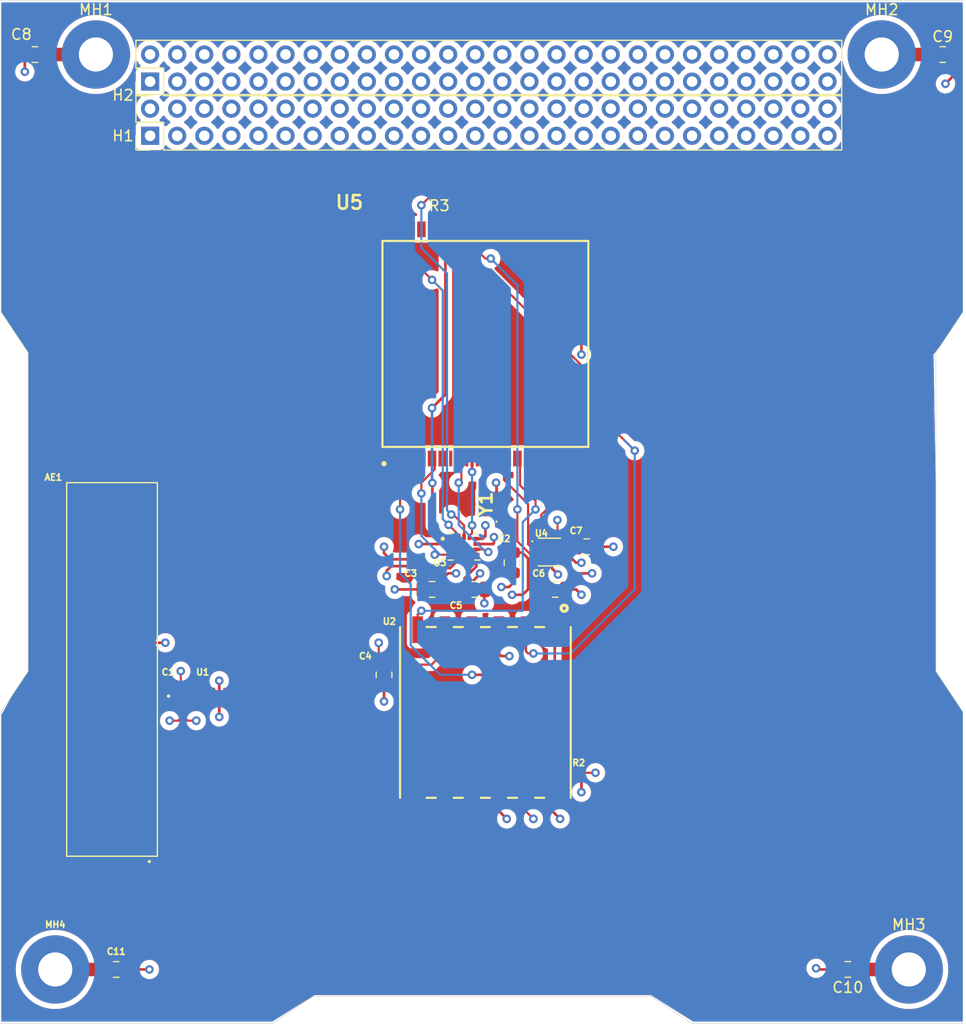
<source format=kicad_pcb>
(kicad_pcb (version 20241229) (generator "pcbnew") (generator_version "9.0")
  (layers (0 "F.Cu" signal) (4 "In1.Cu" signal) (6 "In2.Cu" signal) (2 "B.Cu" signal) (13 "F.Paste" user) (15 "B.Paste" user) (5 "F.SilkS" user "F.Silkscreen") (7 "B.SilkS" user "B.Silkscreen") (1 "F.Mask" user) (3 "B.Mask" user) (25 "Edge.Cuts" user))
  (net 0 "")
  (net 1 "GND")
  (net 2 "/ANTENNA")
  (net 3 "/RF")
  (net 4 "+3V3")
  (net 5 "Net-(U4-C1)")
  (net 6 "Net-(C8-Pad1)")
  (net 7 "Net-(C9-Pad1)")
  (net 8 "Net-(C10-Pad1)")
  (net 9 "Net-(C11-Pad1)")
  (net 105 "/OUT_ANT")
  (net 106 "/1PPS")
  (net 107 "/DATA_IN")
  (net 109 "/DATA_OUT")
  (net 111 "/SIMO_IMU")
  (net 112 "/CLOCK_IMU")
  (net 113 "/CS_IMU")
  (net 114 "/MAGNETÓMETRO")
  (net 117 "/INT_MAGNETÓMETRO")
  (net 118 "/SPC_MAG.")
  (net 119 "/CS_MAGNETÓMETRO")
  (net 167 "/INT1")
  (net 186 "/INT2")
  (net 213 "/OUT_OSC")
  (net 232 "Net-(U5-MIBSPI5CLK)")
  (net 253 "/SOMI_IMU")
  (footprint "Capacitor_SMD:C_0805_2012Metric" (layer "F.Cu") (at 104.775 55.885 180)
    (property "Reference" "C8")
    (property "Value" "0.1uF")
  )
  (footprint "Capacitor_SMD:C_0805_2012Metric" (layer "F.Cu") (at 189.865 55.885)
    (property "Reference" "C9")
    (property "Value" "0.1uF")
  )
  (footprint "Capacitor_SMD:C_0805_2012Metric" (layer "F.Cu") (at 180.975 141.61 180)
    (property "Reference" "C10")
    (property "Value" "0.1uF")
  )
  (footprint "Capacitor_SMD:C_0805_2012Metric" (layer "F.Cu") (at 112.395 141.61)
    (property "Reference" "C11")
    (property "Value" "0.1uF")
  )
  (footprint "Connector_PinHeader_2.54mm:PinHeader_2x26_P2.54mm_Vertical" (layer "F.Cu") (at 115.57 63.5 90)
    (property "Reference" "H1")
    (property "Value" "Stack Header")
  )
  (footprint "Connector_PinHeader_2.54mm:PinHeader_2x26_P2.54mm_Vertical" (layer "F.Cu") (at 115.57 58.42 90)
    (property "Reference" "H2")
    (property "Value" "Stack Header")
  )
  (footprint "MountingHole:MountingHole_3.2mm_M3_Pad" (layer "F.Cu") (at 110.49 55.88)
    (property "Reference" "MH1")
    (property "Value" "M3")
  )
  (footprint "MountingHole:MountingHole_3.2mm_M3_Pad" (layer "F.Cu") (at 184.15 55.88)
    (property "Reference" "MH2")
    (property "Value" "M3")
  )
  (footprint "MountingHole:MountingHole_3.2mm_M3_Pad" (layer "F.Cu") (at 186.69 141.61)
    (property "Reference" "MH3")
    (property "Value" "M3")
  )
  (footprint "MountingHole:MountingHole_3.2mm_M3_Pad" (layer "F.Cu") (at 106.68 141.61)
    (property "Reference" "MH4")
    (property "Value" "M3")
  )
  (footprint "Capacitor_SMD:C_0805_2012Metric" (layer "F.Cu") (at 142 106)
    (property "Reference" "C3")
    (property "Value" "100n" (hide yes))
  )
  (footprint "Resistor_SMD:R_0201_0603Metric" (layer "F.Cu") (at 141 103.5 90)
    (property "Reference" "R1" (hide yes))
    (property "Value" "10k" (hide yes))
  )
  (footprint "Huellas ADCS:XCVR_SR4L002" (layer "F.Cu") (at 112 113.5 90)
    (property "Reference" "AE1")
    (property "Value" "SR4L002")
  )
  (footprint "Huellas ADCS:ATXH13F16000MHzG100T" (layer "F.Cu") (at 147.5 98 90)
    (property "Reference" "Y1")
    (property "Value" "ATX-H13-F-16.000MHz-G100-T" (hide yes))
  )
  (footprint "Capacitor_SMD:C_0805_2012Metric" (layer "F.Cu") (at 153.55 106 180)
    (property "Reference" "C6")
    (property "Value" "220n" (hide yes))
  )
  (footprint "Resistor_SMD:R_0201_0603Metric" (layer "F.Cu") (at 156 123.5 -90)
    (property "Reference" "R2")
    (property "Value" "10k" (hide yes))
  )
  (footprint "Huellas ADCS:PQFN50P200X200X70-12N" (layer "F.Cu") (at 153 102.5)
    (property "Reference" "U4")
    (property "Value" "LIS2MDLTR" (hide yes))
  )
  (footprint "Capacitor_SMD:C_0805_2012Metric" (layer "F.Cu") (at 137.5 114 -90)
    (property "Reference" "C4")
    (property "Value" "100n" (hide yes))
  )
  (footprint "Huellas ADCS:F6QA1G581M2QZJ" (layer "F.Cu") (at 118.445 116)
    (property "Reference" "C1")
    (property "Value" "F6QA1G581M2QZ-J" (hide yes))
  )
  (footprint "Capacitor_SMD:C_0805_2012Metric" (layer "F.Cu") (at 149.5 103.5 -90)
    (property "Reference" "C2")
    (property "Value" "100n" (hide yes))
  )
  (footprint "Huellas ADCS:XDCR_LSM6DSV16XTR" (layer "F.Cu") (at 145 102)
    (property "Reference" "U3")
    (property "Value" "LSM6DSV16XTR" (hide yes))
  )
  (footprint "Huellas ADCS:QFP50P2200X2200X160-144N" (layer "F.Cu") (at 147 83 90)
    (property "Reference" "U5")
    (property "Value" "TMS5703137DPGEQQ1" (hide yes))
  )
  (footprint "Huellas ADCS:L80-M39" (layer "F.Cu") (at 141.92 125.27665 90)
    (property "Reference" "U2")
    (property "Value" "L86-M33" (hide yes))
  )
  (footprint "Capacitor_SMD:C_0805_2012Metric" (layer "F.Cu") (at 156.5 102)
    (property "Reference" "C7")
    (property "Value" "100n" (hide yes))
  )
  (footprint "Capacitor_SMD:C_0805_2012Metric" (layer "F.Cu") (at 146 106)
    (property "Reference" "C5")
    (property "Value" "100n" (hide yes))
  )
  (footprint "Resistor_SMD:R_0201_0603Metric" (layer "F.Cu") (at 142.68 69 180)
    (property "Reference" "R3")
    (property "Value" "33")
  )
  (footprint "Huellas ADCS:MAX2659ELTT" (layer "F.Cu") (at 122.05 116.035 -90)
    (property "Reference" "U1")
    (property "Value" "MAX2659ELT+T" (hide yes))
  )
  (gr_line (start 191.77 146.69) (end 166.37 146.69) (stroke (width 0.05)) (layer "Edge.Cuts"))
  (gr_line (start 127 146.69) (end 130.81 144.15) (stroke (width 0.05)) (layer "Edge.Cuts"))
  (gr_line (start 104.14 83.82) (end 104.14 113.67) (stroke (width 0.05)) (layer "Edge.Cuts"))
  (gr_line (start 191.77 117.48) (end 191.77 146.69) (stroke (width 0.05)) (layer "Edge.Cuts"))
  (gr_line (start 101.6 80.01) (end 101.6 50.8) (stroke (width 0.05)) (layer "Edge.Cuts"))
  (gr_line (start 191.77 80.01) (end 191.77 50.8) (stroke (width 0.05)) (layer "Edge.Cuts"))
  (gr_line (start 101.6 80.01) (end 104.14 83.82) (stroke (width 0.05)) (layer "Edge.Cuts"))
  (gr_line (start 191.77 117.48) (end 189.23 113.67) (stroke (width 0.05)) (layer "Edge.Cuts"))
  (gr_line (start 189.23 113.67) (end 189.23 83.82) (stroke (width 0.05)) (layer "Edge.Cuts"))
  (gr_line (start 130.81 144.145) (end 162.56 144.15) (stroke (width 0.05)) (layer "Edge.Cuts"))
  (gr_line (start 104.14 113.67) (end 101.6 117.48) (stroke (width 0.05)) (layer "Edge.Cuts"))
  (gr_line (start 189.23 83.82) (end 191.77 80.01) (stroke (width 0.05)) (layer "Edge.Cuts"))
  (gr_line (start 162.56 144.15) (end 166.37 146.69) (stroke (width 0.05)) (layer "Edge.Cuts"))
  (gr_line (start 101.6 50.8) (end 191.77 50.8) (stroke (width 0.05)) (layer "Edge.Cuts"))
  (gr_line (start 101.6 146.69) (end 127 146.69) (stroke (width 0.05)) (layer "Edge.Cuts"))
  (gr_line (start 101.6 117.48) (end 101.6 146.69) (stroke (width 0.05)) (layer "Edge.Cuts"))
  (segment (start 148.27 112.02) (end 148.27 109.77665) (width 0.25) (layer "F.Cu") (net 1))
  (segment (start 145.5 102.9125) (end 145 102.9125) (width 0.25) (layer "F.Cu") (net 1))
  (segment (start 118.2 118.3) (end 118.445 118.055) (width 0.2) (layer "F.Cu") (net 1))
  (segment (start 153.35 125.27665) (end 153.35 126.85) (width 0.25) (layer "F.Cu") (net 1))
  (segment (start 143.8375 101.75) (end 143.5635 102.024) (width 0.25) (layer "F.Cu") (net 1))
  (segment (start 143.8375 101.75) (end 143.8375 102.25) (width 0.25) (layer "F.Cu") (net 1))
  (segment (start 144.8375 102.25) (end 145.5 102.9125) (width 0.25) (layer "F.Cu") (net 1))
  (segment (start 178.11 141.61) (end 178 141.5) (width 0.25) (layer "F.Cu") (net 1))
  (segment (start 137.5 102) (end 137.5 102.61) (width 0.25) (layer "F.Cu") (net 1))
  (segment (start 122.05 115.57) (end 122 115.52) (width 0.25) (layer "F.Cu") (net 1))
  (segment (start 156 123.82) (end 156 125) (width 0.25) (layer "F.Cu") (net 1))
  (segment (start 118.84 118.04) (end 119.1 118.3) (width 0.2) (layer "F.Cu") (net 1))
  (segment (start 118.84 116.25) (end 118.84 118.04) (width 0.2) (layer "F.Cu") (net 1))
  (segment (start 122.05 115.57) (end 122.55 115.57) (width 0.25) (layer "F.Cu") (net 1))
  (segment (start 146.95 106) (end 146.9 106.05) (width 0.25) (layer "F.Cu") (net 1))
  (segment (start 117 111) (end 115.45 111) (width 0.25) (layer "F.Cu") (net 1))
  (segment (start 147 101) (end 146.75 101.25) (width 0.25) (layer "F.Cu") (net 1))
  (segment (start 154.5 106) (end 155.5 106) (width 0.25) (layer "F.Cu") (net 1))
  (segment (start 118.445 118.055) (end 118.445 116.25) (width 0.2) (layer "F.Cu") (net 1))
  (segment (start 190.815 55.885) (end 190.815 57.935) (width 0.25) (layer "F.Cu") (net 1))
  (segment (start 118.445 113.655) (end 118.445 115.75) (width 0.2) (layer "F.Cu") (net 1))
  (segment (start 122.05 115.57) (end 122.05 114.55) (width 0.25) (layer "F.Cu") (net 1))
  (segment (start 155.5 103.5) (end 156 103.5) (width 0.25) (layer "F.Cu") (net 1))
  (segment (start 149.5 105.5) (end 149.5 104.45) (width 0.25) (layer "F.Cu") (net 1))
  (segment (start 153.35 126.85) (end 154 127.5) (width 0.25) (layer "F.Cu") (net 1))
  (segment (start 148.27 125.27665) (end 148.27 126.77) (width 0.25) (layer "F.Cu") (net 1))
  (segment (start 180.025 141.61) (end 178.11 141.61) (width 0.25) (layer "F.Cu") (net 1))
  (segment (start 190.815 57.935) (end 190.125 58.625) (width 0.25) (layer "F.Cu") (net 1))
  (segment (start 155.5 106) (end 156 106.5) (width 0.25) (layer "F.Cu") (net 1))
  (segment (start 144.488881 104.490902) (end 143.509098 104.490902) (width 0.25) (layer "F.Cu") (net 1))
  (segment (start 154.75 102.75) (end 155.5 103.5) (width 0.25) (layer "F.Cu") (net 1))
  (segment (start 148.5 112.25) (end 148.27 112.02) (width 0.25) (layer "F.Cu") (net 1))
  (segment (start 137.5 102.61) (end 138.07 103.18) (width 0.25) (layer "F.Cu") (net 1))
  (segment (start 119.1 118.3) (end 119.9 118.3) (width 0.2) (layer "F.Cu") (net 1))
  (segment (start 149.25 112.25) (end 148.5 112.25) (width 0.25) (layer "F.Cu") (net 1))
  (segment (start 190.125 58.625) (end 190 58.75) (width 0.25) (layer "F.Cu") (net 1))
  (segment (start 148.5 105.775) (end 149.225 105.775) (width 0.25) (layer "F.Cu") (net 1))
  (segment (start 146.75 101.25) (end 146.1625 101.25) (width 0.25) (layer "F.Cu") (net 1))
  (segment (start 147 100) (end 147 101) (width 0.25) (layer "F.Cu") (net 1))
  (segment (start 142.95 105.05) (end 142.95 106) (width 0.25) (layer "F.Cu") (net 1))
  (segment (start 148.05 96.05) (end 148 96) (width 0.25) (layer "F.Cu") (net 1))
  (segment (start 146.9 106.05) (end 146.9 107.3) (width 0.25) (layer "F.Cu") (net 1))
  (segment (start 157.45 102) (end 159 102) (width 0.25) (layer "F.Cu") (net 1))
  (segment (start 103.825 55.885) (end 103.825 57.5) (width 0.25) (layer "F.Cu") (net 1))
  (segment (start 153.25 103.26) (end 153.25 104.05) (width 0.25) (layer "F.Cu") (net 1))
  (segment (start 143.8375 101.75) (end 140.75 101.75) (width 0.25) (layer "F.Cu") (net 1))
  (segment (start 143.8375 102.25) (end 144.8375 102.25) (width 0.25) (layer "F.Cu") (net 1))
  (segment (start 148.05 97.3) (end 148.05 96.05) (width 0.25) (layer "F.Cu") (net 1))
  (segment (start 117.4 118.3) (end 118.2 118.3) (width 0.2) (layer "F.Cu") (net 1))
  (segment (start 153.76 102.75) (end 154.75 102.75) (width 0.25) (layer "F.Cu") (net 1))
  (segment (start 153.25 104.05) (end 153.8 104.6) (width 0.25) (layer "F.Cu") (net 1))
  (segment (start 115.5 141.61) (end 113.345 141.61) (width 0.25) (layer "F.Cu") (net 1))
  (segment (start 138.07 103.18) (end 141 103.18) (width 0.25) (layer "F.Cu") (net 1))
  (segment (start 119.9 118.3) (end 120 118.4) (width 0.25) (layer "F.Cu") (net 1))
  (segment (start 137.5 114.95) (end 137.5 116.5) (width 0.25) (layer "F.Cu") (net 1))
  (segment (start 143.509098 104.490902) (end 142.95 105.05) (width 0.25) (layer "F.Cu") (net 1))
  (segment (start 148.27 126.77) (end 149 127.5) (width 0.25) (layer "F.Cu") (net 1))
  (segment (start 149.225 105.775) (end 149.5 105.5) (width 0.25) (layer "F.Cu") (net 1))
  (via (at 137.5 116.5) (size 0.8) (drill 0.4) (layers "F.Cu" "B.Cu") (net 1))
  (via (at 156 125) (size 0.8) (drill 0.4) (layers "F.Cu" "B.Cu") (net 1))
  (via (at 147 100) (size 0.8) (drill 0.4) (layers "F.Cu" "B.Cu") (net 1))
  (via (at 178 141.5) (size 0.8) (drill 0.4) (layers "F.Cu" "B.Cu") (net 1))
  (via (at 146.9 107.3) (size 0.8) (drill 0.4) (layers "F.Cu" "B.Cu") (net 1))
  (via (at 144.25 104.5) (size 0.8) (drill 0.4) (layers "F.Cu" "B.Cu") (net 1))
  (via (at 122.05 114.55) (size 0.8) (drill 0.4) (layers "F.Cu" "B.Cu") (net 1))
  (via (at 115.5 141.61) (size 0.8) (drill 0.4) (layers "F.Cu" "B.Cu") (net 1))
  (via (at 137.5 102) (size 0.8) (drill 0.4) (layers "F.Cu" "B.Cu") (net 1))
  (via (at 119.9 118.3) (size 0.8) (drill 0.4) (layers "F.Cu" "B.Cu") (net 1))
  (via (at 159 102) (size 0.8) (drill 0.4) (layers "F.Cu" "B.Cu") (net 1))
  (via (at 154 127.5) (size 0.8) (drill 0.4) (layers "F.Cu" "B.Cu") (net 1))
  (via (at 148.5 105.775) (size 0.8) (drill 0.4) (layers "F.Cu" "B.Cu") (net 1))
  (via (at 156 103.5) (size 0.8) (drill 0.4) (layers "F.Cu" "B.Cu") (net 1))
  (via (at 103.825 57.5) (size 0.8) (drill 0.4) (layers "F.Cu" "B.Cu") (net 1))
  (via (at 140.75 101.75) (size 0.8) (drill 0.4) (layers "F.Cu" "B.Cu") (net 1))
  (via (at 148 96) (size 0.8) (drill 0.4) (layers "F.Cu" "B.Cu") (net 1))
  (via (at 119.9 118.3) (size 0.8) (drill 0.4) (layers "F.Cu" "B.Cu") (net 1))
  (via (at 153.8 104.6) (size 0.8) (drill 0.4) (layers "F.Cu" "B.Cu") (net 1))
  (via (at 118.445 113.655) (size 0.8) (drill 0.4) (layers "F.Cu" "B.Cu") (net 1))
  (via (at 147 100) (size 0.8) (drill 0.4) (layers "F.Cu" "B.Cu") (net 1))
  (via (at 117 111) (size 0.8) (drill 0.4) (layers "F.Cu" "B.Cu") (net 1))
  (via (at 117.4 118.3) (size 0.8) (drill 0.4) (layers "F.Cu" "B.Cu") (net 1))
  (via (at 149.25 112.25) (size 0.8) (drill 0.4) (layers "F.Cu" "B.Cu") (net 1))
  (via (at 149 127.5) (size 0.8) (drill 0.4) (layers "F.Cu" "B.Cu") (net 1))
  (via (at 119.9 118.3) (size 0.8) (drill 0.4) (layers "F.Cu" "B.Cu") (net 1))
  (via (at 156 106.5) (size 0.8) (drill 0.4) (layers "F.Cu" "B.Cu") (net 1))
  (via (at 190.125 58.625) (size 0.8) (drill 0.4) (layers "F.Cu" "B.Cu") (net 1))
  (segment (start 118.01 116) (end 115.45 116) (width 0.2) (layer "F.Cu") (net 2))
  (segment (start 121.3 115.3) (end 119.321 115.3) (width 0.25) (layer "F.Cu") (net 3))
  (segment (start 121.55 115.57) (end 121.55 115.55) (width 0.25) (layer "F.Cu") (net 3))
  (segment (start 119.321 115.3) (end 118.871 115.75) (width 0.25) (layer "F.Cu") (net 3))
  (segment (start 121.55 115.55) (end 121.3 115.3) (width 0.25) (layer "F.Cu") (net 3))
  (segment (start 137.5 113.05) (end 141.95 113.05) (width 0.2) (layer "F.Cu") (net 4))
  (segment (start 153.76 101.75) (end 155.3 101.75) (width 0.2) (layer "F.Cu") (net 4))
  (segment (start 121.55 116.5) (end 122.05 116.5) (width 0.25) (layer "F.Cu") (net 4))
  (segment (start 143.19 109.77665) (end 145.73 109.77665) (width 0.2) (layer "F.Cu") (net 4))
  (segment (start 150.81 125.27665) (end 150.81 124.87) (width 0.2) (layer "F.Cu") (net 4))
  (segment (start 141.95 113.05) (end 143.19 111.81) (width 0.2) (layer "F.Cu") (net 4))
  (segment (start 146.1625 102.75) (end 146.1625 103.8375) (width 0.25) (layer "F.Cu") (net 4))
  (segment (start 137.5 112.5) (end 137 112) (width 0.2) (layer "F.Cu") (net 4))
  (segment (start 147.72328 101.75) (end 146.1625 101.75) (width 0.25) (layer "F.Cu") (net 4))
  (segment (start 153.76 99.51) (end 153.76 101.75) (width 0.2) (layer "F.Cu") (net 4))
  (segment (start 149.5 102.55) (end 149.5 100.15) (width 0.25) (layer "F.Cu") (net 4))
  (segment (start 156 123.18) (end 157.32 123.18) (width 0.2) (layer "F.Cu") (net 4))
  (segment (start 147.8 101.1) (end 147.8 101.67328) (width 0.25) (layer "F.Cu") (net 4))
  (segment (start 145.05 104.95) (end 145.05 106) (width 0.25) (layer "F.Cu") (net 4))
  (segment (start 155.3 101.75) (end 155.55 102) (width 0.2) (layer "F.Cu") (net 4))
  (segment (start 138.18 103.82) (end 141 103.82) (width 0.25) (layer "F.Cu") (net 4))
  (segment (start 144.5 103.202) (end 144.5 102.9125) (width 0.25) (layer "F.Cu") (net 4))
  (segment (start 137.5 113.05) (end 137.5 112.5) (width 0.2) (layer "F.Cu") (net 4))
  (segment (start 146.1625 103.8375) (end 145.05 104.95) (width 0.25) (layer "F.Cu") (net 4))
  (segment (start 155.3 102.25) (end 155.55 102) (width 0.2) (layer "F.Cu") (net 4))
  (segment (start 143.702 104) (end 144.5 103.202) (width 0.25) (layer "F.Cu") (net 4))
  (segment (start 157.32 123.18) (end 157.5 123) (width 0.2) (layer "F.Cu") (net 4))
  (segment (start 152.5 123.18) (end 156 123.18) (width 0.2) (layer "F.Cu") (net 4))
  (segment (start 137 112) (end 137 111) (width 0.2) (layer "F.Cu") (net 4))
  (segment (start 146.5 104.55) (end 145.05 106) (width 0.25) (layer "F.Cu") (net 4))
  (segment (start 150.5 106.5) (end 149.5 106.5) (width 0.25) (layer "F.Cu") (net 4))
  (segment (start 137.75 104.25) (end 138.18 103.82) (width 0.25) (layer "F.Cu") (net 4))
  (segment (start 151 106) (end 150.5 106.5) (width 0.25) (layer "F.Cu") (net 4))
  (segment (start 140.65 125.27665) (end 142.74665 123.18) (width 0.2) (layer "F.Cu") (net 4))
  (segment (start 141.05 104.975) (end 141.05 106) (width 0.25) (layer "F.Cu") (net 4))
  (segment (start 153.76 102.25) (end 155.3 102.25) (width 0.2) (layer "F.Cu") (net 4))
  (segment (start 137.75 104.75) (end 137.75 104.25) (width 0.25) (layer "F.Cu") (net 4))
  (segment (start 142.74665 123.18) (end 152.5 123.18) (width 0.2) (layer "F.Cu") (net 4))
  (segment (start 149.5 102.55) (end 150.447546 102.55) (width 0.25) (layer "F.Cu") (net 4))
  (segment (start 142.025 104) (end 143.702 104) (width 0.25) (layer "F.Cu") (net 4))
  (segment (start 150.81 126.81) (end 151.5 127.5) (width 0.2) (layer "F.Cu") (net 4))
  (segment (start 138.5 106) (end 141.05 106) (width 0.25) (layer "F.Cu") (net 4))
  (segment (start 150.81 125.27665) (end 150.81 126.81) (width 0.2) (layer "F.Cu") (net 4))
  (segment (start 143.19 111.81) (end 143.19 109.77665) (width 0.2) (layer "F.Cu") (net 4))
  (segment (start 150.81 124.87) (end 152.5 123.18) (width 0.2) (layer "F.Cu") (net 4))
  (segment (start 147.8 101.67328) (end 147.72328 101.75) (width 0.25) (layer "F.Cu") (net 4))
  (segment (start 146.95 98.7) (end 148.05 98.7) (width 0.2) (layer "F.Cu") (net 4))
  (segment (start 146.5 104.5) (end 146.5 104.55) (width 0.25) (layer "F.Cu") (net 4))
  (segment (start 153.75 99.5) (end 153.76 99.51) (width 0.2) (layer "F.Cu") (net 4))
  (segment (start 150.447546 102.55) (end 151 103.102454) (width 0.25) (layer "F.Cu") (net 4))
  (segment (start 122.05 116.5) (end 122.05 117.95) (width 0.25) (layer "F.Cu") (net 4))
  (segment (start 149.5 100.15) (end 148.05 98.7) (width 0.25) (layer "F.Cu") (net 4))
  (segment (start 153.76 102.25) (end 153.76 101.75) (width 0.2) (layer "F.Cu") (net 4))
  (segment (start 151 103.102454) (end 151 106) (width 0.25) (layer "F.Cu") (net 4))
  (segment (start 142.025 104) (end 141.05 104.975) (width 0.25) (layer "F.Cu") (net 4))
  (via (at 157.32 123.18) (size 0.8) (drill 0.4) (layers "F.Cu" "B.Cu") (net 4))
  (via (at 137 111) (size 0.8) (drill 0.4) (layers "F.Cu" "B.Cu") (net 4))
  (via (at 153.75 99.5) (size 0.8) (drill 0.4) (layers "F.Cu" "B.Cu") (net 4))
  (via (at 137.75 104.75) (size 0.8) (drill 0.4) (layers "F.Cu" "B.Cu") (net 4))
  (via (at 147.8 101.1) (size 0.8) (drill 0.4) (layers "F.Cu" "B.Cu") (net 4))
  (via (at 138.5 106) (size 0.8) (drill 0.4) (layers "F.Cu" "B.Cu") (net 4))
  (via (at 146.5 104.5) (size 0.8) (drill 0.4) (layers "F.Cu" "B.Cu") (net 4))
  (via (at 151.5 127.5) (size 0.8) (drill 0.4) (layers "F.Cu" "B.Cu") (net 4))
  (via (at 151.5 127.5) (size 0.8) (drill 0.4) (layers "F.Cu" "B.Cu") (net 4))
  (via (at 137.75 104.75) (size 0.8) (drill 0.4) (layers "F.Cu" "B.Cu") (net 4))
  (via (at 137 111) (size 0.8) (drill 0.4) (layers "F.Cu" "B.Cu") (net 4))
  (via (at 137 111) (size 0.8) (drill 0.4) (layers "F.Cu" "B.Cu") (net 4))
  (via (at 122.05 117.95) (size 0.8) (drill 0.4) (layers "F.Cu" "B.Cu") (net 4))
  (via (at 149.5 106.5) (size 0.8) (drill 0.4) (layers "F.Cu" "B.Cu") (net 4))
  (via (at 151.5 127.5) (size 0.8) (drill 0.4) (layers "F.Cu" "B.Cu") (net 4))
  (segment (start 152.6 106) (end 152.75 105.85) (width 0.2) (layer "F.Cu") (net 5))
  (segment (start 152.75 105.85) (end 152.75 103.26) (width 0.2) (layer "F.Cu") (net 5))
  (segment (start 110.485 55.885) (end 110.49 55.88) (width 1.27) (layer "F.Cu") (net 6))
  (segment (start 105.725 55.885) (end 110.485 55.885) (width 1.27) (layer "F.Cu") (net 6))
  (segment (start 188.915 55.885) (end 184.155 55.885) (width 1.27) (layer "F.Cu") (net 7))
  (segment (start 184.155 55.885) (end 184.15 55.88) (width 1.27) (layer "F.Cu") (net 7))
  (segment (start 181.925 141.61) (end 186.69 141.61) (width 1.27) (layer "F.Cu") (net 8))
  (segment (start 111.445 141.61) (end 106.68 141.61) (width 1.27) (layer "F.Cu") (net 9))
  (segment (start 140.65 108.35) (end 141 108) (width 0.2) (layer "F.Cu") (net 106))
  (segment (start 151.7 97.7) (end 150.25 96.25) (width 0.2) (layer "F.Cu") (net 106))
  (segment (start 150.25 96.25) (end 150.25 93.738) (width 0.2) (layer "F.Cu") (net 106))
  (segment (start 140.65 109.77665) (end 140.65 108.35) (width 0.2) (layer "F.Cu") (net 106))
  (segment (start 151.7 98.5) (end 151.7 97.7) (width 0.2) (layer "F.Cu") (net 106))
  (via (at 151.7 98.5) (size 0.8) (drill 0.4) (layers "F.Cu" "B.Cu") (net 106))
  (via (at 141 108) (size 0.8) (drill 0.4) (layers "F.Cu" "B.Cu") (net 106))
  (segment (start 150.5 108) (end 141 108) (width 0.2) (layer "B.Cu") (net 106))
  (segment (start 150.5 108) (end 150.5 99.7) (width 0.2) (layer "B.Cu") (net 106))
  (segment (start 150.5 99.7) (end 151.7 98.5) (width 0.2) (layer "B.Cu") (net 106))
  (segment (start 139 98.5) (end 139 97) (width 0.2) (layer "F.Cu") (net 107))
  (segment (start 153.5 109.92665) (end 153.5 113.25) (width 0.25) (layer "F.Cu") (net 107))
  (segment (start 152.75 114) (end 151.75 114) (width 0.25) (layer "F.Cu") (net 107))
  (segment (start 151.75 114) (end 145.75 114) (width 0.25) (layer "F.Cu") (net 107))
  (segment (start 153.5 113.25) (end 152.75 114) (width 0.25) (layer "F.Cu") (net 107))
  (segment (start 153.35 109.77665) (end 153.5 109.92665) (width 0.25) (layer "F.Cu") (net 107))
  (segment (start 140.75 95.25) (end 140.75 93.738) (width 0.2) (layer "F.Cu") (net 107))
  (segment (start 139 97) (end 140.75 95.25) (width 0.2) (layer "F.Cu") (net 107))
  (via (at 145.75 114) (size 0.8) (drill 0.4) (layers "F.Cu" "B.Cu") (net 107))
  (via (at 139 98.5) (size 0.8) (drill 0.4) (layers "F.Cu" "B.Cu") (net 107))
  (segment (start 139 101) (end 139 101.25) (width 0.2) (layer "B.Cu") (net 107))
  (segment (start 139 101) (end 139 104.5) (width 0.2) (layer "B.Cu") (net 107))
  (segment (start 142.75 114) (end 145.5 114) (width 0.2) (layer "B.Cu") (net 107))
  (segment (start 140 105.5) (end 140 111.25) (width 0.2) (layer "B.Cu") (net 107))
  (segment (start 140 111.25) (end 142.75 114) (width 0.2) (layer "B.Cu") (net 107))
  (segment (start 139 104.5) (end 140 105.5) (width 0.2) (layer "B.Cu") (net 107))
  (segment (start 139 98.5) (end 139 101) (width 0.2) (layer "B.Cu") (net 107))
  (segment (start 161 93) (end 158.75 90.75) (width 0.2) (layer "F.Cu") (net 109))
  (segment (start 158.75 90.75) (end 157.738 90.75) (width 0.2) (layer "F.Cu") (net 109))
  (segment (start 150.81 111.81) (end 150.81 109.77665) (width 0.2) (layer "F.Cu") (net 109))
  (segment (start 151 112) (end 150.81 111.81) (width 0.2) (layer "F.Cu") (net 109))
  (segment (start 151.5 112) (end 151 112) (width 0.2) (layer "F.Cu") (net 109))
  (via (at 161 93) (size 0.8) (drill 0.4) (layers "F.Cu" "B.Cu") (net 109))
  (via (at 151.5 112) (size 0.8) (drill 0.4) (layers "F.Cu" "B.Cu") (net 109))
  (segment (start 161 93) (end 160 92) (width 0.2) (layer "B.Cu") (net 109))
  (segment (start 155 112) (end 161 106) (width 0.2) (layer "B.Cu") (net 109))
  (segment (start 151.5 112) (end 155 112) (width 0.2) (layer "B.Cu") (net 109))
  (segment (start 161 106) (end 161 93) (width 0.2) (layer "B.Cu") (net 109))
  (segment (start 143.549501 99.950499) (end 144.5 100.900999) (width 0.2) (layer "F.Cu") (net 111))
  (segment (start 142 77) (end 139.25 74.25) (width 0.2) (layer "F.Cu") (net 111))
  (segment (start 139.25 74.25) (end 139.25 72.262) (width 0.2) (layer "F.Cu") (net 111))
  (segment (start 144.5 100.900999) (end 144.5 101.0875) (width 0.2) (layer "F.Cu") (net 111))
  (via (at 143.549501 99.950499) (size 0.8) (drill 0.4) (layers "F.Cu" "B.Cu") (net 111))
  (via (at 142 77) (size 0.8) (drill 0.4) (layers "F.Cu" "B.Cu") (net 111))
  (segment (start 143 78) (end 143 99.400998) (width 0.2) (layer "B.Cu") (net 111))
  (segment (start 142 77) (end 143 78) (width 0.2) (layer "B.Cu") (net 111))
  (segment (start 143.450499 99.950499) (end 143.549501 99.950499) (width 0.2) (layer "B.Cu") (net 111))
  (segment (start 143 99.400998) (end 143.549501 99.950499) (width 0.2) (layer "B.Cu") (net 111))
  (segment (start 142 69) (end 141 70) (width 0.2) (layer "F.Cu") (net 112))
  (segment (start 144 99) (end 145 100) (width 0.2) (layer "F.Cu") (net 112))
  (segment (start 145 100) (end 145 101.0875) (width 0.2) (layer "F.Cu") (net 112))
  (segment (start 142.36 69) (end 142 69) (width 0.2) (layer "F.Cu") (net 112))
  (via (at 143.800001 98.98238) (size 0.8) (drill 0.4) (layers "F.Cu" "B.Cu") (net 112))
  (via (at 141 70) (size 0.8) (drill 0.4) (layers "F.Cu" "B.Cu") (net 112))
  (segment (start 143.800001 98.98238) (end 143.401 98.583379) (width 0.2) (layer "B.Cu") (net 112))
  (segment (start 143.401 98.583379) (end 143.401 76.401) (width 0.2) (layer "B.Cu") (net 112))
  (segment (start 141 74) (end 141 70) (width 0.2) (layer "B.Cu") (net 112))
  (segment (start 143.401 76.401) (end 141 74) (width 0.2) (layer "B.Cu") (net 112))
  (segment (start 145.75 93.738) (end 145.75 95) (width 0.25) (layer "F.Cu") (net 113))
  (segment (start 145.5 100.975) (end 145.75 100.725) (width 0.2) (layer "F.Cu") (net 113))
  (segment (start 145.75 100.725) (end 145.75 100) (width 0.2) (layer "F.Cu") (net 113))
  (segment (start 145.5 101.0875) (end 145.5 100.975) (width 0.2) (layer "F.Cu") (net 113))
  (via (at 145.75 100) (size 0.8) (drill 0.4) (layers "F.Cu" "B.Cu") (net 113))
  (via (at 145.75 95) (size 0.8) (drill 0.4) (layers "F.Cu" "B.Cu") (net 113))
  (segment (start 145.75 100) (end 145.75 95) (width 0.2) (layer "B.Cu") (net 113))
  (segment (start 145.25 73.2515) (end 145.25 72.262) (width 0.2) (layer "F.Cu") (net 114))
  (segment (start 146.9985 75) (end 145.25 73.2515) (width 0.2) (layer "F.Cu") (net 114))
  (segment (start 150 101.5) (end 151.75 103.25) (width 0.2) (layer "F.Cu") (net 114))
  (segment (start 147.5 75) (end 146.9985 75) (width 0.2) (layer "F.Cu") (net 114))
  (segment (start 151.75 103.25) (end 152.24 103.25) (width 0.2) (layer "F.Cu") (net 114))
  (segment (start 150 98.5) (end 150 101.5) (width 0.2) (layer "F.Cu") (net 114))
  (via (at 147.5 75) (size 0.8) (drill 0.4) (layers "F.Cu" "B.Cu") (net 114))
  (via (at 150 98.5) (size 0.8) (drill 0.4) (layers "F.Cu" "B.Cu") (net 114))
  (segment (start 150 77.5) (end 147.5 75) (width 0.2) (layer "B.Cu") (net 114))
  (segment (start 150 98.5) (end 150 77.5) (width 0.2) (layer "B.Cu") (net 114))
  (segment (start 154.25 103.25) (end 153.76 103.25) (width 0.25) (layer "F.Cu") (net 117))
  (segment (start 156 84) (end 156 83) (width 0.25) (layer "F.Cu") (net 117))
  (segment (start 156.25 82.75) (end 157.738 82.75) (width 0.25) (layer "F.Cu") (net 117))
  (segment (start 157 104.5) (end 155.5 104.5) (width 0.25) (layer "F.Cu") (net 117))
  (segment (start 156 83) (end 156.25 82.75) (width 0.25) (layer "F.Cu") (net 117))
  (segment (start 155.5 104.5) (end 154.25 103.25) (width 0.25) (layer "F.Cu") (net 117))
  (via (at 157 104.5) (size 0.8) (drill 0.4) (layers "F.Cu" "B.Cu") (net 117))
  (via (at 156 84) (size 0.8) (drill 0.4) (layers "F.Cu" "B.Cu") (net 117))
  (segment (start 152.24 101.75) (end 152.24 99.008) (width 0.2) (layer "F.Cu") (net 118))
  (segment (start 152.24 99.008) (end 156.248 95) (width 0.2) (layer "F.Cu") (net 118))
  (segment (start 156.248 95) (end 156.248 85.248) (width 0.2) (layer "F.Cu") (net 118))
  (segment (start 144.75 73.75) (end 144.75 72.262) (width 0.2) (layer "F.Cu") (net 118))
  (segment (start 156.248 85.248) (end 144.75 73.75) (width 0.2) (layer "F.Cu") (net 118))
  (segment (start 151.983152 102.75) (end 151 101.766848) (width 0.2) (layer "F.Cu") (net 119))
  (segment (start 151 101.766848) (end 151 98) (width 0.2) (layer "F.Cu") (net 119))
  (segment (start 148.75 95.75) (end 148.75 93.738) (width 0.2) (layer "F.Cu") (net 119))
  (segment (start 152.24 102.75) (end 151.983152 102.75) (width 0.2) (layer "F.Cu") (net 119))
  (segment (start 151 98) (end 148.75 95.75) (width 0.2) (layer "F.Cu") (net 119))
  (segment (start 141 97) (end 141 96) (width 0.2) (layer "F.Cu") (net 167))
  (segment (start 143.8375 102.75) (end 142.25 102.75) (width 0.2) (layer "F.Cu") (net 167))
  (segment (start 142.25 94.75) (end 142.25 93.738) (width 0.2) (layer "F.Cu") (net 167))
  (segment (start 141 96) (end 142.25 94.75) (width 0.2) (layer "F.Cu") (net 167))
  (via (at 142.25 102.75) (size 0.8) (drill 0.4) (layers "F.Cu" "B.Cu") (net 167))
  (via (at 141 97) (size 0.8) (drill 0.4) (layers "F.Cu" "B.Cu") (net 167))
  (segment (start 141 101) (end 141 97) (width 0.2) (layer "B.Cu") (net 167))
  (segment (start 142.75 102.75) (end 141 101) (width 0.2) (layer "B.Cu") (net 167))
  (segment (start 147.044499 102.493932) (end 146.800567 102.25) (width 0.2) (layer "F.Cu") (net 186))
  (segment (start 144.5 96) (end 144.75 95.75) (width 0.2) (layer "F.Cu") (net 186))
  (segment (start 144.75 95.75) (end 144.75 93.738) (width 0.2) (layer "F.Cu") (net 186))
  (segment (start 147.275 102.493932) (end 147.044499 102.493932) (width 0.2) (layer "F.Cu") (net 186))
  (segment (start 146.800567 102.25) (end 146.1625 102.25) (width 0.2) (layer "F.Cu") (net 186))
  (via (at 147.275 102.493932) (size 0.8) (drill 0.4) (layers "F.Cu" "B.Cu") (net 186))
  (via (at 144.5 96) (size 0.8) (drill 0.4) (layers "F.Cu" "B.Cu") (net 186))
  (segment (start 144.5 96) (end 144.5 99.949433) (width 0.2) (layer "B.Cu") (net 186))
  (segment (start 147.044499 102.493932) (end 147.275 102.493932) (width 0.2) (layer "B.Cu") (net 186))
  (segment (start 144.5 99.949433) (end 147.044499 102.493932) (width 0.2) (layer "B.Cu") (net 186))
  (segment (start 146.75 97.1) (end 146.75 93.738) (width 0.2) (layer "F.Cu") (net 213))
  (segment (start 146.95 97.3) (end 146.75 97.1) (width 0.2) (layer "F.Cu") (net 213))
  (segment (start 143 70) (end 142.25 70.75) (width 0.25) (layer "F.Cu") (net 232))
  (segment (start 142.25 70.75) (end 142.25 72.262) (width 0.25) (layer "F.Cu") (net 232))
  (segment (start 143 69) (end 143 70) (width 0.25) (layer "F.Cu") (net 232))
  (segment (start 143.25 87.75) (end 142 89) (width 0.25) (layer "F.Cu") (net 253))
  (segment (start 143.25 101.25) (end 143.8375 101.25) (width 0.25) (layer "F.Cu") (net 253))
  (segment (start 142.028525 96.028525) (end 142.028525 100.028525) (width 0.25) (layer "F.Cu") (net 253))
  (segment (start 143.25 72.262) (end 143.25 87.75) (width 0.25) (layer "F.Cu") (net 253))
  (segment (start 142.028525 100.028525) (end 143.25 101.25) (width 0.25) (layer "F.Cu") (net 253))
  (via (at 142.028525 96.028525) (size 0.8) (drill 0.4) (layers "F.Cu" "B.Cu") (net 253))
  (via (at 142 89) (size 0.8) (drill 0.4) (layers "F.Cu" "B.Cu") (net 253))
  (via (at 142 89) (size 0.8) (drill 0.4) (layers "F.Cu" "B.Cu") (net 253))
  (via (at 142 89) (size 0.8) (drill 0.4) (layers "F.Cu" "B.Cu") (net 253))
  (segment (start 142 96) (end 142 89) (width 0.25) (layer "B.Cu") (net 253))
  (segment (start 142.028525 96.028525) (end 142 96) (width 0.25) (layer "B.Cu") (net 253))
  (zone (net 0) (net_name "") (layers "F.Cu" "B.Cu") (connect_pads (clearance 0.508)) (min_thickness 0.25) (fill yes (thermal_gap 0.5) (thermal_bridge_width 0.5) (island_removal_mode 1) (island_area_min 10))
    (polygon (pts (xy 101.5 51) (xy 101.5 80) (xy 104 84) (xy 104 113.5) (xy 101.5 118) (xy 101.5 146.5) (xy 127 146.5) (xy 131 144) (xy 162.5 144) (xy 166.5 146.5) (xy 192 146.5) (xy 192 117.5) (xy 189.5 113.5) (xy 189 84) (xy 192 80) (xy 192 51)))
  )
)
</source>
